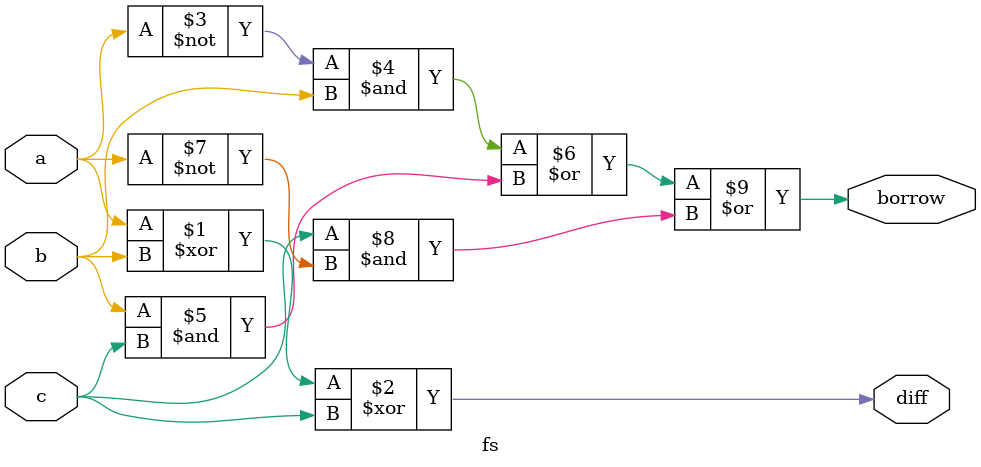
<source format=v>
`timescale 1ns / 1ps


module fa_using_fs(input a,b,c,output wire sum,carry);
wire out1,out2,out3,out4,out5,out6,out7,out8;
fs u1(a,b,c,sum,out1);
fs u2(a,b,0,out2,out3);
fs u3(1,out2,c,out4,out5);
fs u4(1,a,b,out6,out7);
fs u5(0,out5,out7,out8,carry);

endmodule
module fs(input a,b,c,output wire diff,borrow);
assign diff=a^b^c;
assign borrow=(~a&b)|(b&c)|(c&~a);
endmodule
</source>
